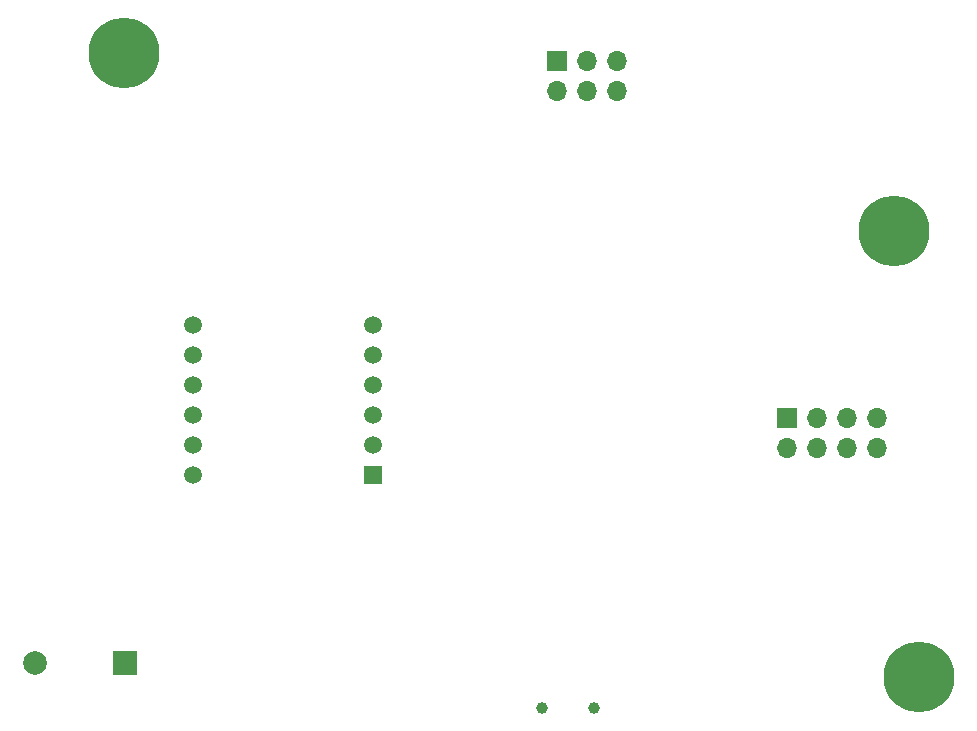
<source format=gbr>
%TF.GenerationSoftware,KiCad,Pcbnew,(7.0.0)*%
%TF.CreationDate,2023-04-20T13:43:01-06:00*%
%TF.ProjectId,Phase_B_ATMEGA_v3,50686173-655f-4425-9f41-544d4547415f,rev?*%
%TF.SameCoordinates,Original*%
%TF.FileFunction,Soldermask,Bot*%
%TF.FilePolarity,Negative*%
%FSLAX46Y46*%
G04 Gerber Fmt 4.6, Leading zero omitted, Abs format (unit mm)*
G04 Created by KiCad (PCBNEW (7.0.0)) date 2023-04-20 13:43:01*
%MOMM*%
%LPD*%
G01*
G04 APERTURE LIST*
%ADD10R,1.500000X1.500000*%
%ADD11C,1.500000*%
%ADD12C,6.000000*%
%ADD13R,1.700000X1.700000*%
%ADD14O,1.700000X1.700000*%
%ADD15C,1.000000*%
%ADD16R,2.000000X2.000000*%
%ADD17C,2.000000*%
G04 APERTURE END LIST*
D10*
%TO.C,U1*%
X129539999Y-66039999D03*
D11*
X129540000Y-63500000D03*
X129540000Y-60960000D03*
X129540000Y-58420000D03*
X129540000Y-55880000D03*
X129540000Y-53340000D03*
X114300000Y-53340000D03*
X114300000Y-55880000D03*
X114300000Y-58420000D03*
X114300000Y-60960000D03*
X114300000Y-63500000D03*
X114300000Y-66040000D03*
%TD*%
D12*
%TO.C,REF\u002A\u002A*%
X175768000Y-83108800D03*
%TD*%
%TO.C,REF\u002A\u002A*%
X173685200Y-45313600D03*
%TD*%
%TO.C,REF\u002A\u002A*%
X108458000Y-30276800D03*
%TD*%
D13*
%TO.C,J1*%
X145160999Y-30987999D03*
D14*
X145160999Y-33527999D03*
X147700999Y-30987999D03*
X147700999Y-33527999D03*
X150240999Y-30987999D03*
X150240999Y-33527999D03*
%TD*%
D15*
%TO.C,J2*%
X143925000Y-85712500D03*
X148325000Y-85712500D03*
%TD*%
D16*
%TO.C,LS1*%
X108564999Y-81914999D03*
D17*
X100965000Y-81915000D03*
%TD*%
D13*
%TO.C,J3*%
X164591999Y-61213999D03*
D14*
X164591999Y-63753999D03*
X167131999Y-61213999D03*
X167131999Y-63753999D03*
X169671999Y-61213999D03*
X169671999Y-63753999D03*
X172211999Y-61213999D03*
X172211999Y-63753999D03*
%TD*%
M02*

</source>
